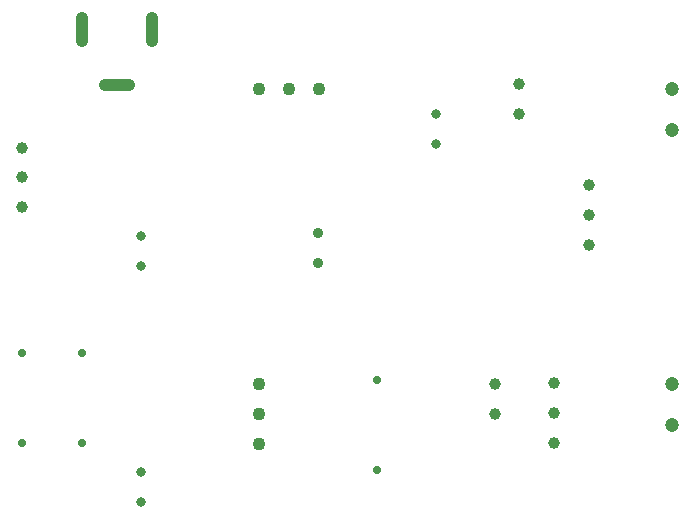
<source format=gbr>
%TF.GenerationSoftware,KiCad,Pcbnew,8.0.5*%
%TF.CreationDate,2024-10-17T22:56:42+07:00*%
%TF.ProjectId,beginer,62656769-6e65-4722-9e6b-696361645f70,1.0.0*%
%TF.SameCoordinates,Original*%
%TF.FileFunction,Plated,1,2,PTH,Mixed*%
%TF.FilePolarity,Positive*%
%FSLAX46Y46*%
G04 Gerber Fmt 4.6, Leading zero omitted, Abs format (unit mm)*
G04 Created by KiCad (PCBNEW 8.0.5) date 2024-10-17 22:56:42*
%MOMM*%
%LPD*%
G01*
G04 APERTURE LIST*
%TA.AperFunction,ComponentDrill*%
%ADD10C,0.700000*%
%TD*%
%TA.AperFunction,ComponentDrill*%
%ADD11C,0.800000*%
%TD*%
%TA.AperFunction,ComponentDrill*%
%ADD12C,0.900000*%
%TD*%
%TA.AperFunction,ComponentDrill*%
%ADD13C,1.000000*%
%TD*%
G04 aperture for slot hole*
%TA.AperFunction,ComponentDrill*%
%ADD14C,1.000000*%
%TD*%
%TA.AperFunction,ComponentDrill*%
%ADD15C,1.100000*%
%TD*%
%TA.AperFunction,ComponentDrill*%
%ADD16C,1.200000*%
%TD*%
G04 APERTURE END LIST*
D10*
%TO.C,R2*%
X100000000Y-97680000D03*
X100000000Y-105300000D03*
%TO.C,R3*%
X105000000Y-97680000D03*
X105000000Y-105300000D03*
%TO.C,R1*%
X130000000Y-100000000D03*
X130000000Y-107620000D03*
D11*
%TO.C,C1*%
X110000000Y-87800000D03*
X110000000Y-90300000D03*
%TO.C,C2*%
X110000000Y-107800000D03*
X110000000Y-110300000D03*
%TO.C,C3*%
X135000000Y-77500000D03*
X135000000Y-80000000D03*
D12*
%TO.C,D1*%
X125000000Y-87500000D03*
X125000000Y-90040000D03*
D13*
%TO.C,S1*%
X100000000Y-80300000D03*
X100000000Y-82800000D03*
X100000000Y-85300000D03*
D14*
%TO.C,J1*%
X105000000Y-71300000D02*
X105000000Y-69300000D01*
X109000000Y-75000000D02*
X107000000Y-75000000D01*
X111000000Y-71300000D02*
X111000000Y-69300000D01*
D13*
%TO.C,J5*%
X140000000Y-100300000D03*
X140000000Y-102840000D03*
%TO.C,J3*%
X142000000Y-74920000D03*
X142000000Y-77460000D03*
%TO.C,J4*%
X145000000Y-100220000D03*
X145000000Y-102760000D03*
X145000000Y-105300000D03*
%TO.C,J6*%
X148000000Y-83445000D03*
X148000000Y-85985000D03*
X148000000Y-88525000D03*
D15*
%TO.C,U2*%
X120000000Y-75300000D03*
%TO.C,U1*%
X120000000Y-100300000D03*
X120000000Y-102840000D03*
X120000000Y-105380000D03*
%TO.C,U2*%
X122540000Y-75300000D03*
X125080000Y-75300000D03*
D16*
%TO.C,J7*%
X155000000Y-75300000D03*
X155000000Y-78800000D03*
%TO.C,J2*%
X155000000Y-100300000D03*
X155000000Y-103800000D03*
M02*

</source>
